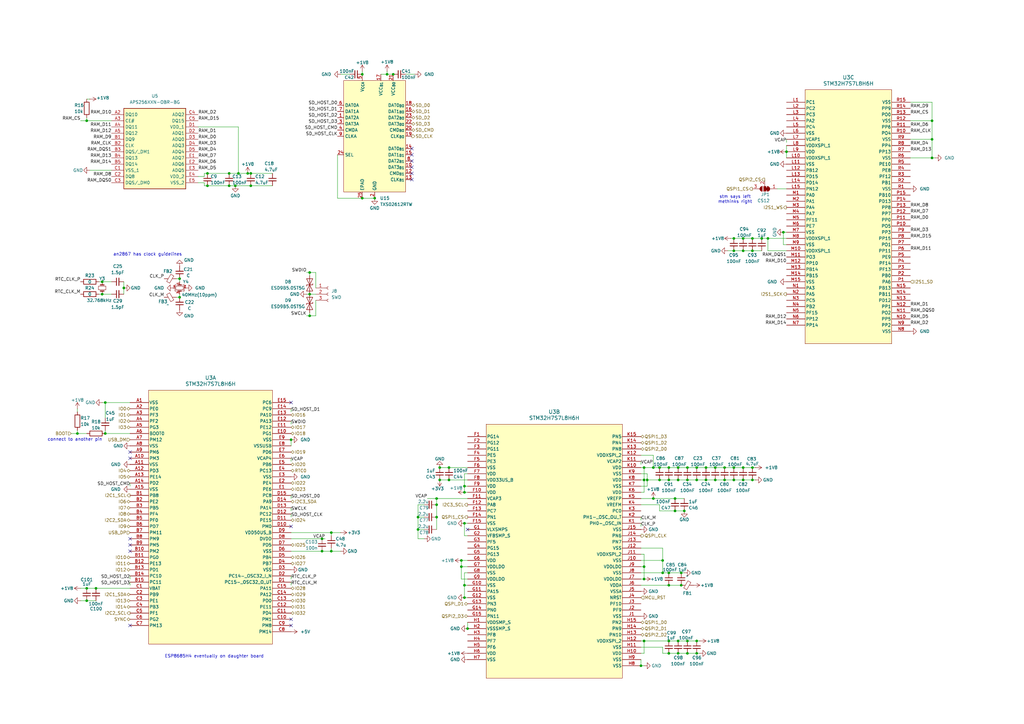
<source format=kicad_sch>
(kicad_sch (version 20250114) (generator "eeschema") (generator_version "9.0")
  (paper "A3")
  (text "ESP8685H4 eventually on daughter board" (at 87.884 269.24 0) (effects (font (size 1.27 1.27))))
  (text "connect to another pin" (at 30.734 180.34 0) (effects (font (size 1.27 1.27))))
  (text "an2867 has clock guidelines" (at 74.676 105.156 0) (effects (font (size 1.27 1.27)) (justify right bottom)))
  (text "stm says left\nmethinks right" (at 301.498 81.788 0) (effects (font (size 1.27 1.27))))
  (junction (at 35.56 49.53))
  (junction (at 35.56 246.38))
  (junction (at 135.89 226.06))
  (junction (at 289.56 196.85))
  (junction (at 148.59 30.48))
  (junction (at 276.86 204.47))
  (junction (at 101.6 71.12))
  (junction (at 267.97 191.77))
  (junction (at 300.99 102.87))
  (junction (at 127 120.65))
  (junction (at 293.37 191.77))
  (junction (at 279.4 234.95))
  (junction (at 184.15 196.85))
  (junction (at 189.23 232.41))
  (junction (at 382.27 57.15))
  (junction (at 274.32 240.03))
  (junction (at 39.37 241.3))
  (junction (at 148.59 81.28))
  (junction (at 190.5 201.93))
  (junction (at 281.94 267.97))
  (junction (at 179.07 212.09))
  (junction (at 267.97 204.47))
  (junction (at 297.18 191.77))
  (junction (at 278.13 196.85))
  (junction (at 190.5 240.03))
  (junction (at 300.99 191.77))
  (junction (at 274.32 267.97))
  (junction (at 285.75 262.89))
  (junction (at 73.66 121.92))
  (junction (at 304.8 191.77))
  (junction (at 308.61 191.77))
  (junction (at 322.58 62.23))
  (junction (at 312.42 97.79))
  (junction (at 73.66 114.3))
  (junction (at 274.32 234.95))
  (junction (at 281.94 191.77))
  (junction (at 127 129.54))
  (junction (at 270.51 191.77))
  (junction (at 281.94 196.85))
  (junction (at 179.07 204.47))
  (junction (at 308.61 102.87))
  (junction (at 281.94 262.89))
  (junction (at 308.61 97.79))
  (junction (at 285.75 267.97))
  (junction (at 274.32 191.77))
  (junction (at 43.18 177.8))
  (junction (at 264.16 191.77))
  (junction (at 274.32 262.89))
  (junction (at 278.13 262.89))
  (junction (at 280.67 209.55))
  (junction (at 321.31 95.25))
  (junction (at 308.61 196.85))
  (junction (at 300.99 97.79))
  (junction (at 189.23 229.87))
  (junction (at 153.67 81.28))
  (junction (at 382.27 64.77))
  (junction (at 179.07 207.01))
  (junction (at 190.5 199.39))
  (junction (at 285.75 191.77))
  (junction (at 279.4 240.03))
  (junction (at 41.91 115.57))
  (junction (at 96.52 76.2))
  (junction (at 262.89 273.05))
  (junction (at 304.8 196.85))
  (junction (at 271.78 229.87))
  (junction (at 276.86 209.55))
  (junction (at 50.8 118.11))
  (junction (at 297.18 196.85))
  (junction (at 382.27 49.53))
  (junction (at 289.56 191.77))
  (junction (at 293.37 196.85))
  (junction (at 102.87 71.12))
  (junction (at 190.5 245.11))
  (junction (at 264.16 262.89))
  (junction (at 132.08 220.98))
  (junction (at 300.99 196.85))
  (junction (at 43.18 165.1))
  (junction (at 191.77 257.81))
  (junction (at 171.45 212.09))
  (junction (at 135.89 218.44))
  (junction (at 31.75 177.8))
  (junction (at 265.43 196.85))
  (junction (at 180.34 191.77))
  (junction (at 93.98 71.12))
  (junction (at 314.96 97.79))
  (junction (at 271.78 234.95))
  (junction (at 158.75 30.48))
  (junction (at 180.34 196.85))
  (junction (at 190.5 214.63))
  (junction (at 102.87 76.2))
  (junction (at 127 111.76))
  (junction (at 41.91 120.65))
  (junction (at 184.15 191.77))
  (junction (at 93.98 76.2))
  (junction (at 278.13 191.77))
  (junction (at 270.51 196.85))
  (junction (at 304.8 97.79))
  (junction (at 85.09 71.12))
  (junction (at 35.56 241.3))
  (junction (at 171.45 217.17))
  (junction (at 278.13 267.97))
  (junction (at 264.16 196.85))
  (junction (at 274.32 196.85))
  (junction (at 264.16 232.41))
  (junction (at 304.8 102.87))
  (junction (at 119.38 180.34))
  (junction (at 264.16 237.49))
  (junction (at 161.29 30.48))
  (junction (at 97.79 71.12))
  (junction (at 85.09 76.2))
  (junction (at 285.75 196.85))
  (junction (at 132.08 226.06))
  (no_connect (at 119.38 256.54))
  (no_connect (at 168.91 68.58))
  (no_connect (at 53.34 185.42))
  (no_connect (at 53.34 187.96))
  (no_connect (at 168.91 66.04))
  (no_connect (at 53.34 223.52))
  (no_connect (at 119.38 165.1))
  (no_connect (at 53.34 220.98))
  (no_connect (at 119.38 215.9))
  (no_connect (at 53.34 226.06))
  (no_connect (at 168.91 71.12))
  (no_connect (at 168.91 63.5))
  (no_connect (at 53.34 256.54))
  (no_connect (at 168.91 60.96))
  (no_connect (at 168.91 73.66))
  (no_connect (at 191.77 217.17))
  (no_connect (at 119.38 254))
  (wire (pts (xy 304.8 102.87) (xy 308.61 102.87)))
  (wire (pts (xy 50.8 118.11) (xy 50.8 120.65)))
  (wire (pts (xy 270.51 209.55) (xy 276.86 209.55)))
  (wire (pts (xy 135.89 218.44) (xy 135.89 219.71)))
  (wire (pts (xy 184.15 196.85) (xy 191.77 196.85)))
  (wire (pts (xy 267.97 204.47) (xy 276.86 204.47)))
  (wire (pts (xy 72.39 114.3) (xy 73.66 114.3)))
  (wire (pts (xy 36.83 40.64) (xy 35.56 40.64)))
  (wire (pts (xy 119.38 212.09) (xy 119.38 210.82)))
  (wire (pts (xy 83.82 72.39) (xy 83.82 71.12)))
  (wire (pts (xy 293.37 196.85) (xy 289.56 196.85)))
  (wire (pts (xy 184.15 191.77) (xy 191.77 191.77)))
  (wire (pts (xy 119.38 209.55) (xy 119.38 208.28)))
  (wire (pts (xy 285.75 196.85) (xy 281.94 196.85)))
  (wire (pts (xy 31.75 176.53) (xy 31.75 177.8)))
  (wire (pts (xy 262.89 240.03) (xy 274.32 240.03)))
  (wire (pts (xy 262.89 199.39) (xy 265.43 199.39)))
  (wire (pts (xy 267.97 186.69) (xy 267.97 191.77)))
  (wire (pts (xy 300.99 196.85) (xy 297.18 196.85)))
  (wire (pts (xy 190.5 234.95) (xy 191.77 234.95)))
  (wire (pts (xy 278.13 262.89) (xy 274.32 262.89)))
  (wire (pts (xy 287.02 262.89) (xy 285.75 262.89)))
  (wire (pts (xy 293.37 191.77) (xy 289.56 191.77)))
  (wire (pts (xy 262.89 227.33) (xy 264.16 227.33)))
  (wire (pts (xy 300.99 102.87) (xy 304.8 102.87)))
  (wire (pts (xy 308.61 97.79) (xy 304.8 97.79)))
  (wire (pts (xy 190.5 199.39) (xy 191.77 199.39)))
  (wire (pts (xy 308.61 102.87) (xy 312.42 102.87)))
  (wire (pts (xy 190.5 201.93) (xy 190.5 199.39)))
  (wire (pts (xy 179.07 207.01) (xy 179.07 212.09)))
  (wire (pts (xy 304.8 191.77) (xy 300.99 191.77)))
  (wire (pts (xy 119.38 240.03) (xy 119.38 238.76)))
  (wire (pts (xy 321.31 95.25) (xy 322.58 95.25)))
  (wire (pts (xy 73.66 121.92) (xy 72.39 121.92)))
  (wire (pts (xy 190.5 240.03) (xy 190.5 245.11)))
  (wire (pts (xy 119.38 218.44) (xy 135.89 218.44)))
  (wire (pts (xy 93.98 71.12) (xy 97.79 71.12)))
  (wire (pts (xy 383.54 64.77) (xy 382.27 64.77)))
  (wire (pts (xy 189.23 229.87) (xy 191.77 229.87)))
  (wire (pts (xy 262.89 232.41) (xy 264.16 232.41)))
  (wire (pts (xy 148.59 81.28) (xy 138.43 81.28)))
  (wire (pts (xy 191.77 194.31) (xy 190.5 194.31)))
  (wire (pts (xy 36.83 69.85) (xy 45.72 69.85)))
  (wire (pts (xy 184.15 196.85) (xy 180.34 196.85)))
  (wire (pts (xy 270.51 209.55) (xy 270.51 207.01)))
  (wire (pts (xy 264.16 262.89) (xy 274.32 262.89)))
  (wire (pts (xy 119.38 226.06) (xy 132.08 226.06)))
  (wire (pts (xy 35.56 48.26) (xy 35.56 49.53)))
  (wire (pts (xy 102.87 76.2) (xy 111.76 76.2)))
  (wire (pts (xy 262.89 215.9) (xy 262.89 214.63)))
  (wire (pts (xy 262.89 186.69) (xy 267.97 186.69)))
  (wire (pts (xy 321.31 100.33) (xy 322.58 100.33)))
  (wire (pts (xy 190.5 201.93) (xy 191.77 201.93)))
  (wire (pts (xy 298.45 102.87) (xy 300.99 102.87)))
  (wire (pts (xy 314.96 97.79) (xy 322.58 97.79)))
  (wire (pts (xy 190.5 194.31) (xy 190.5 199.39)))
  (wire (pts (xy 31.75 168.91) (xy 31.75 167.64)))
  (wire (pts (xy 132.08 226.06) (xy 135.89 226.06)))
  (wire (pts (xy 262.89 191.77) (xy 264.16 191.77)))
  (wire (pts (xy 180.34 191.77) (xy 184.15 191.77)))
  (wire (pts (xy 190.5 234.95) (xy 190.5 240.03)))
  (wire (pts (xy 135.89 218.44) (xy 139.7 218.44)))
  (wire (pts (xy 318.77 77.47) (xy 322.58 77.47)))
  (wire (pts (xy 271.78 234.95) (xy 274.32 234.95)))
  (wire (pts (xy 265.43 196.85) (xy 265.43 199.39)))
  (wire (pts (xy 308.61 97.79) (xy 312.42 97.79)))
  (wire (pts (xy 119.38 189.23) (xy 119.38 187.96)))
  (wire (pts (xy 179.07 204.47) (xy 191.77 204.47)))
  (wire (pts (xy 29.21 177.8) (xy 31.75 177.8)))
  (wire (pts (xy 158.75 29.21) (xy 158.75 30.48)))
  (wire (pts (xy 308.61 196.85) (xy 309.88 196.85)))
  (wire (pts (xy 148.59 81.28) (xy 153.67 81.28)))
  (wire (pts (xy 171.45 212.09) (xy 173.99 212.09)))
  (wire (pts (xy 382.27 57.15) (xy 382.27 64.77)))
  (wire (pts (xy 40.64 120.65) (xy 41.91 120.65)))
  (wire (pts (xy 127 111.76) (xy 127 113.03)))
  (wire (pts (xy 97.79 52.07) (xy 97.79 71.12)))
  (wire (pts (xy 45.72 120.65) (xy 41.91 120.65)))
  (wire (pts (xy 189.23 229.87) (xy 189.23 232.41)))
  (wire (pts (xy 53.34 240.03) (xy 53.34 238.76)))
  (wire (pts (xy 119.38 173.99) (xy 119.38 172.72)))
  (wire (pts (xy 308.61 191.77) (xy 309.88 191.77)))
  (wire (pts (xy 33.02 241.3) (xy 35.56 241.3)))
  (wire (pts (xy 138.43 81.28) (xy 138.43 63.5)))
  (wire (pts (xy 43.18 165.1) (xy 53.34 165.1)))
  (wire (pts (xy 101.6 71.12) (xy 102.87 71.12)))
  (wire (pts (xy 297.18 196.85) (xy 293.37 196.85)))
  (wire (pts (xy 43.18 165.1) (xy 43.18 171.45)))
  (wire (pts (xy 50.8 115.57) (xy 50.8 118.11)))
  (wire (pts (xy 265.43 194.31) (xy 262.89 194.31)))
  (wire (pts (xy 274.32 240.03) (xy 279.4 240.03)))
  (wire (pts (xy 274.32 234.95) (xy 279.4 234.95)))
  (wire (pts (xy 285.75 191.77) (xy 281.94 191.77)))
  (wire (pts (xy 73.66 114.3) (xy 73.66 115.57)))
  (wire (pts (xy 45.72 115.57) (xy 41.91 115.57)))
  (wire (pts (xy 125.73 120.65) (xy 127 120.65)))
  (wire (pts (xy 139.7 30.48) (xy 143.51 30.48)))
  (wire (pts (xy 321.31 95.25) (xy 321.31 100.33)))
  (wire (pts (xy 179.07 212.09) (xy 179.07 217.17)))
  (wire (pts (xy 262.89 265.43) (xy 271.78 265.43)))
  (wire (pts (xy 262.89 229.87) (xy 271.78 229.87)))
  (wire (pts (xy 53.34 199.39) (xy 53.34 198.12)))
  (wire (pts (xy 271.78 224.79) (xy 271.78 229.87)))
  (wire (pts (xy 299.72 97.79) (xy 300.99 97.79)))
  (wire (pts (xy 278.13 191.77) (xy 274.32 191.77)))
  (wire (pts (xy 287.02 267.97) (xy 285.75 267.97)))
  (wire (pts (xy 276.86 209.55) (xy 280.67 209.55)))
  (wire (pts (xy 300.99 191.77) (xy 297.18 191.77)))
  (wire (pts (xy 278.13 267.97) (xy 274.32 267.97)))
  (wire (pts (xy 83.82 76.2) (xy 85.09 76.2)))
  (wire (pts (xy 262.89 234.95) (xy 271.78 234.95)))
  (wire (pts (xy 127 129.54) (xy 127 128.27)))
  (wire (pts (xy 189.23 237.49) (xy 191.77 237.49)))
  (wire (pts (xy 382.27 64.77) (xy 373.38 64.77)))
  (wire (pts (xy 262.89 196.85) (xy 264.16 196.85)))
  (wire (pts (xy 262.89 262.89) (xy 264.16 262.89)))
  (wire (pts (xy 85.09 76.2) (xy 93.98 76.2)))
  (wire (pts (xy 133.35 220.98) (xy 132.08 220.98)))
  (wire (pts (xy 285.75 262.89) (xy 281.94 262.89)))
  (wire (pts (xy 274.32 191.77) (xy 270.51 191.77)))
  (wire (pts (xy 373.38 41.91) (xy 382.27 41.91)))
  (wire (pts (xy 304.8 196.85) (xy 300.99 196.85)))
  (wire (pts (xy 322.58 58.42) (xy 322.58 57.15)))
  (wire (pts (xy 262.89 267.97) (xy 264.16 267.97)))
  (wire (pts (xy 314.96 97.79) (xy 314.96 102.87)))
  (wire (pts (xy 43.18 176.53) (xy 43.18 177.8)))
  (wire (pts (xy 314.96 102.87) (xy 322.58 102.87)))
  (wire (pts (xy 300.99 97.79) (xy 304.8 97.79)))
  (wire (pts (xy 171.45 212.09) (xy 171.45 207.01)))
  (wire (pts (xy 289.56 191.77) (xy 285.75 191.77)))
  (wire (pts (xy 81.28 72.39) (xy 83.82 72.39)))
  (wire (pts (xy 119.38 237.49) (xy 119.38 236.22)))
  (wire (pts (xy 33.02 246.38) (xy 35.56 246.38)))
  (wire (pts (xy 382.27 49.53) (xy 382.27 57.15)))
  (wire (pts (xy 278.13 196.85) (xy 274.32 196.85)))
  (wire (pts (xy 262.89 204.47) (xy 267.97 204.47)))
  (wire (pts (xy 262.89 213.36) (xy 262.89 212.09)))
  (wire (pts (xy 127 129.54) (xy 129.54 129.54)))
  (wire (pts (xy 119.38 220.98) (xy 132.08 220.98)))
  (wire (pts (xy 189.23 232.41) (xy 189.23 237.49)))
  (wire (pts (xy 190.5 219.71) (xy 190.5 214.63)))
  (wire (pts (xy 73.66 121.92) (xy 73.66 120.65)))
  (wire (pts (xy 278.13 262.89) (xy 281.94 262.89)))
  (wire (pts (xy 271.78 229.87) (xy 271.78 234.95)))
  (wire (pts (xy 264.16 196.85) (xy 264.16 191.77)))
  (wire (pts (xy 81.28 74.93) (xy 83.82 74.93)))
  (wire (pts (xy 289.56 196.85) (xy 285.75 196.85)))
  (wire (pts (xy 262.89 201.93) (xy 264.16 201.93)))
  (wire (pts (xy 33.02 49.53) (xy 35.56 49.53)))
  (wire (pts (xy 190.5 240.03) (xy 191.77 240.03)))
  (wire (pts (xy 276.86 204.47) (xy 280.67 204.47)))
  (wire (pts (xy 264.16 267.97) (xy 264.16 262.89)))
  (wire (pts (xy 158.75 30.48) (xy 161.29 30.48)))
  (wire (pts (xy 171.45 220.98) (xy 171.45 217.17)))
  (wire (pts (xy 125.73 129.54) (xy 127 129.54)))
  (wire (pts (xy 31.75 177.8) (xy 35.56 177.8)))
  (wire (pts (xy 270.51 207.01) (xy 262.89 207.01)))
  (wire (pts (xy 312.42 97.79) (xy 314.96 97.79)))
  (wire (pts (xy 322.58 62.23) (xy 322.58 64.77)))
  (wire (pts (xy 35.56 246.38) (xy 39.37 246.38)))
  (wire (pts (xy 264.16 273.05) (xy 262.89 273.05)))
  (wire (pts (xy 83.82 74.93) (xy 83.82 76.2)))
  (wire (pts (xy 274.32 196.85) (xy 270.51 196.85)))
  (wire (pts (xy 189.23 232.41) (xy 191.77 232.41)))
  (wire (pts (xy 41.91 165.1) (xy 43.18 165.1)))
  (wire (pts (xy 281.94 196.85) (xy 278.13 196.85)))
  (wire (pts (xy 190.5 214.63) (xy 191.77 214.63)))
  (wire (pts (xy 280.67 234.95) (xy 279.4 234.95)))
  (wire (pts (xy 304.8 191.77) (xy 308.61 191.77)))
  (wire (pts (xy 190.5 245.11) (xy 191.77 245.11)))
  (wire (pts (xy 148.59 29.21) (xy 148.59 30.48)))
  (wire (pts (xy 85.09 71.12) (xy 93.98 71.12)))
  (wire (pts (xy 129.54 111.76) (xy 129.54 118.11)))
  (wire (pts (xy 179.07 204.47) (xy 179.07 207.01)))
  (wire (pts (xy 285.75 267.97) (xy 281.94 267.97)))
  (wire (pts (xy 171.45 217.17) (xy 171.45 212.09)))
  (wire (pts (xy 322.58 59.69) (xy 322.58 62.23)))
  (wire (pts (xy 135.89 224.79) (xy 135.89 226.06)))
  (wire (pts (xy 264.16 191.77) (xy 267.97 191.77)))
  (wire (pts (xy 39.37 241.3) (xy 53.34 241.3)))
  (wire (pts (xy 40.64 115.57) (xy 41.91 115.57)))
  (wire (pts (xy 135.89 226.06) (xy 139.7 226.06)))
  (wire (pts (xy 83.82 71.12) (xy 85.09 71.12)))
  (wire (pts (xy 53.34 237.49) (xy 53.34 236.22)))
  (wire (pts (xy 129.54 129.54) (xy 129.54 123.19)))
  (wire (pts (xy 35.56 241.3) (xy 39.37 241.3)))
  (wire (pts (xy 97.79 71.12) (xy 101.6 71.12)))
  (wire (pts (xy 171.45 207.01) (xy 173.99 207.01)))
  (wire (pts (xy 173.99 220.98) (xy 171.45 220.98)))
  (wire (pts (xy 265.43 194.31) (xy 265.43 196.85)))
  (wire (pts (xy 264.16 227.33) (xy 264.16 232.41)))
  (wire (pts (xy 265.43 196.85) (xy 270.51 196.85)))
  (wire (pts (xy 127 111.76) (xy 129.54 111.76)))
  (wire (pts (xy 171.45 217.17) (xy 173.99 217.17)))
  (wire (pts (xy 119.38 204.47) (xy 119.38 203.2)))
  (wire (pts (xy 93.98 76.2) (xy 96.52 76.2)))
  (wire (pts (xy 264.16 201.93) (xy 264.16 196.85)))
  (wire (pts (xy 281.94 191.77) (xy 278.13 191.77)))
  (wire (pts (xy 191.77 255.27) (xy 191.77 257.81)))
  (wire (pts (xy 125.73 111.76) (xy 127 111.76)))
  (wire (pts (xy 175.26 204.47) (xy 179.07 204.47)))
  (wire (pts (xy 96.52 76.2) (xy 102.87 76.2)))
  (wire (pts (xy 281.94 267.97) (xy 278.13 267.97)))
  (wire (pts (xy 271.78 265.43) (xy 271.78 267.97)))
  (wire (pts (xy 304.8 196.85) (xy 308.61 196.85)))
  (wire (pts (xy 119.38 180.34) (xy 119.38 182.88)))
  (wire (pts (xy 373.38 57.15) (xy 382.27 57.15)))
  (wire (pts (xy 297.18 191.77) (xy 293.37 191.77)))
  (wire (pts (xy 382.27 41.91) (xy 382.27 49.53)))
  (wire (pts (xy 267.97 191.77) (xy 270.51 191.77)))
  (wire (pts (xy 119.38 168.91) (xy 119.38 167.64)))
  (wire (pts (xy 191.77 219.71) (xy 190.5 219.71)))
  (wire (pts (xy 264.16 232.41) (xy 264.16 237.49)))
  (wire (pts (xy 166.37 30.48) (xy 170.18 30.48)))
  (wire (pts (xy 262.89 224.79) (xy 271.78 224.79)))
  (wire (pts (xy 262.89 190.5) (xy 262.89 189.23)))
  (wire (pts (xy 35.56 49.53) (xy 45.72 49.53)))
  (wire (pts (xy 373.38 49.53) (xy 382.27 49.53)))
  (wire (pts (xy 271.78 267.97) (xy 274.32 267.97)))
  (wire (pts (xy 43.18 177.8) (xy 53.34 177.8)))
  (wire (pts (xy 127 120.65) (xy 129.54 120.65)))
  (wire (pts (xy 262.89 273.05) (xy 262.89 270.51)))
  (wire (pts (xy 156.21 30.48) (xy 158.75 30.48)))
  (wire (pts (xy 264.16 237.49) (xy 262.89 237.49)))
  (wire (pts (xy 102.87 71.12) (xy 111.76 71.12)))
  (wire (pts (xy 81.28 52.07) (xy 97.79 52.07)))
  (label "RAM_D15" (at 81.28 49.53 0))
  (label "RAM_D11" (at 373.38 102.87 0))
  (label "RAM_D9" (at 373.38 44.45 0))
  (label "RAM_D9" (at 45.72 57.15 180))
  (label "RAM_D11" (at 45.72 52.07 180))
  (label "RTC_CLK_M" (at 33.02 120.65 180))
  (label "CLK_M" (at 262.89 213.36 0))
  (label "RAM_D8" (at 45.72 72.39 180))
  (label "SD_HOST_CMD" (at 138.43 53.34 180))
  (label "RAM_DQS1" (at 322.58 105.41 180))
  (label "RAM_D1" (at 373.38 125.73 0))
  (label "RAM_D0" (at 373.38 90.17 0))
  (label "SD_HOST_CLK" (at 119.38 212.09 0))
  (label "SWCLK" (at 119.38 209.55 0))
  (label "SWCLK" (at 125.73 129.54 180))
  (label "SD_HOST_D0" (at 119.38 204.47 0))
  (label "VCAP" (at 322.58 58.42 180))
  (label "RAM_DQS1" (at 45.72 62.23 180))
  (label "CLK_P" (at 262.89 215.9 0))
  (label "SD_HOST_CLK" (at 138.43 55.88 180))
  (label "SD_HOST_D2" (at 53.34 237.49 180))
  (label "RAM_D13" (at 45.72 64.77 180))
  (label "RAM_D12" (at 322.58 130.81 180))
  (label "CLK_M" (at 67.31 121.92 180))
  (label "SWDIO" (at 125.73 111.76 180))
  (label "VCAP" (at 175.26 204.47 180))
  (label "SD_HOST_D1" (at 119.38 168.91 0))
  (label "RAM_CS" (at 33.02 49.53 180))
  (label "SD_HOST_D3" (at 53.34 240.03 180))
  (label "RAM_D2" (at 373.38 133.35 0))
  (label "RAM_D1" (at 81.28 54.61 0))
  (label "SD_HOST_D0" (at 138.43 43.18 180))
  (label "CLK_P" (at 67.31 114.3 180))
  (label "RAM_D3" (at 81.28 59.69 0))
  (label "RAM_D13" (at 373.38 62.23 0))
  (label "VCAP" (at 133.35 220.98 180))
  (label "RAM_D10" (at 322.58 107.95 180))
  (label "RAM_D7" (at 373.38 87.63 0))
  (label "RAM_D14" (at 45.72 67.31 180))
  (label "SD_HOST_D3" (at 138.43 50.8 180))
  (label "RAM_D5" (at 81.28 69.85 0))
  (label "RAM_D0" (at 81.28 57.15 0))
  (label "RAM_D12" (at 45.72 54.61 180))
  (label "RAM_DQS0" (at 373.38 128.27 0))
  (label "RAM_CS" (at 373.38 46.99 0))
  (label "RAM_CLK" (at 45.72 59.69 180))
  (label "RAM_CLK" (at 373.38 54.61 0))
  (label "SD_HOST_CMD" (at 53.34 199.39 180))
  (label "VCAP" (at 262.89 190.5 0))
  (label "RAM_D8" (at 373.38 85.09 0))
  (label "VCAP" (at 119.38 189.23 0))
  (label "RAM_D7" (at 81.28 64.77 0))
  (label "RAM_DQS0" (at 45.72 74.93 180))
  (label "RTC_CLK_P" (at 119.38 237.49 0))
  (label "RAM_D6" (at 373.38 52.07 0))
  (label "RAM_D6" (at 81.28 67.31 0))
  (label "RAM_D5" (at 373.38 130.81 0))
  (label "RTC_CLK_M" (at 119.38 240.03 0))
  (label "RAM_D4" (at 81.28 62.23 0))
  (label "RAM_D14" (at 322.58 133.35 180))
  (label "RTC_CLK_P" (at 33.02 115.57 180))
  (label "SWDIO" (at 119.38 173.99 0))
  (label "RAM_D10" (at 45.72 46.99 180))
  (label "SD_HOST_D2" (at 138.43 48.26 180))
  (label "RAM_D4" (at 373.38 59.69 0))
  (label "RAM_D2" (at 81.28 46.99 0))
  (label "SD_HOST_D1" (at 138.43 45.72 180))
  (label "RAM_D15" (at 373.38 97.79 0))
  (label "RAM_D3" (at 373.38 95.25 0))
  (hierarchical_label "QSPI1_D2" (shape bidirectional) (at 262.89 181.61 0))
  (hierarchical_label "IO12" (shape bidirectional) (at 53.34 233.68 180))
  (hierarchical_label "IO7" (shape bidirectional) (at 53.34 208.28 180))
  (hierarchical_label "IO20" (shape bidirectional) (at 119.38 190.5 0))
  (hierarchical_label "QSPI2_D3" (shape bidirectional) (at 191.77 252.73 180))
  (hierarchical_label "QSPI2_CS" (shape output) (at 313.69 73.66 180))
  (hierarchical_label "IO9" (shape bidirectional) (at 53.34 215.9 180))
  (hierarchical_label "IO24" (shape bidirectional) (at 119.38 213.36 0))
  (hierarchical_label "I2S1_SCK" (shape output) (at 322.58 120.65 180))
  (hierarchical_label "IO19" (shape bidirectional) (at 119.38 185.42 0))
  (hierarchical_label "IO28" (shape bidirectional) (at 119.38 241.3 0))
  (hierarchical_label "QSPI_CLK" (shape output) (at 262.89 219.71 0))
  (hierarchical_label "I2C2_SDA" (shape bidirectional) (at 53.34 213.36 180))
  (hierarchical_label "IO2" (shape bidirectional) (at 53.34 172.72 180))
  (hierarchical_label "SD_D0" (shape bidirectional) (at 168.91 43.18 0))
  (hierarchical_label "I2C2_SCL" (shape output) (at 53.34 251.46 180))
  (hierarchical_label "IO3" (shape bidirectional) (at 53.34 175.26 180))
  (hierarchical_label "QSPI1_CS" (shape output) (at 191.77 212.09 180))
  (hierarchical_label "QSPI2_D1" (shape bidirectional) (at 262.89 257.81 0))
  (hierarchical_label "MCU_RST" (shape input) (at 262.89 245.11 0))
  (hierarchical_label "I2C3_SCL" (shape output) (at 191.77 207.01 180))
  (hierarchical_label "SD_D2" (shape bidirectional) (at 168.91 48.26 0))
  (hierarchical_label "QSPI2_D2" (shape bidirectional) (at 262.89 260.35 0))
  (hierarchical_label "IO17" (shape bidirectional) (at 119.38 175.26 0))
  (hierarchical_label "IO11" (shape bidirectional) (at 53.34 231.14 180))
  (hierarchical_label "BOOT" (shape input) (at 29.21 177.8 180))
  (hierarchical_label "I2C3_SDA" (shape bidirectional) (at 119.38 205.74 0))
  (hierarchical_label "IO13" (shape bidirectional) (at 53.34 246.38 180))
  (hierarchical_label "QSPI_D1" (shape bidirectional) (at 191.77 247.65 180))
  (hierarchical_label "IO22" (shape bidirectional) (at 119.38 198.12 0))
  (hierarchical_label "IO23" (shape bidirectional) (at 119.38 200.66 0))
  (hierarchical_label "QSPI2_D0" (shape bidirectional) (at 262.89 184.15 0))
  (hierarchical_label "IO4" (shape bidirectional) (at 53.34 193.04 180))
  (hierarchical_label "IO25" (shape bidirectional) (at 119.38 223.52 0))
  (hierarchical_label "IO30" (shape bidirectional) (at 119.38 246.38 0))
  (hierarchical_label "QSPI1_D0" (shape bidirectional) (at 262.89 255.27 0))
  (hierarchical_label "IO10" (shape bidirectional) (at 53.34 228.6 180))
  (hierarchical_label "SD_D3" (shape bidirectional) (at 168.91 50.8 0))
  (hierarchical_label "SYNC" (shape bidirectional) (at 53.34 254 180))
  (hierarchical_label "SD_CMD" (shape bidirectional) (at 168.91 53.34 0))
  (hierarchical_label "I2S1_WS" (shape output) (at 322.58 85.09 180))
  (hierarchical_label "USB_DM" (shape input) (at 53.34 180.34 180))
  (hierarchical_label "I2S1_SD" (shape input) (at 373.38 115.57 0))
  (hierarchical_label "IO26" (shape bidirectional) (at 119.38 228.6 0))
  (hierarchical_label "SD_D1" (shape bidirectional) (at 168.91 45.72 0))
  (hierarchical_label "IO1" (shape bidirectional) (at 53.34 170.18 180))
  (hierarchical_label "IO6" (shape bidirectional) (at 53.34 205.74 180))
  (hierarchical_label "IO18" (shape bidirectional) (at 119.38 177.8 0))
  (hierarchical_label "I2C1_SCL" (shape output) (at 53.34 203.2 180))
  (hierarchical_label "I2C1_SDA" (shape bidirectional) (at 53.34 243.84 180))
  (hierarchical_label "IO5" (shape bidirectional) (at 53.34 195.58 180))
  (hierarchical_label "USB_DP" (shape input) (at 53.34 218.44 180))
  (hierarchical_label "IO31" (shape bidirectional) (at 119.38 248.92 0))
  (hierarchical_label "IO8" (shape bidirectional) (at 53.34 210.82 180))
  (hierarchical_label "IO27" (shape bidirectional) (at 119.38 231.14 0))
  (hierarchical_label "QSPI1_CS" (shape output) (at 308.61 77.47 180))
  (hierarchical_label "RTC0" (shape bidirectional) (at 119.38 193.04 0))
  (hierarchical_label "IO16" (shape bidirectional) (at 119.38 170.18 0))
  (hierarchical_label "SD_CLK" (shape output) (at 168.91 55.88 0))
  (hierarchical_label "IO0" (shape bidirectional) (at 53.34 167.64 180))
  (hierarchical_label "IO29" (shape bidirectional) (at 119.38 243.84 0))
  (hierarchical_label "IO32" (shape bidirectional) (at 119.38 251.46 0))
  (hierarchical_label "QSPI1_D3" (shape bidirectional) (at 262.89 179.07 0))
  (hierarchical_label "IO14" (shape bidirectional) (at 53.34 248.92 180))
  (symbol (lib_id "Device:Crystal_Small") (at 41.91 118.11 90) (unit 1)
    (property "Reference" "Y3" (at 40.64 114.3 90) (effects (justify right)))
    (property "Value" "32.768kHz" (at 35.56 123.19 90) (effects (justify right)))
    (property "Footprint" "Crystal:Crystal_SMD_3215-2Pin_3.2x1.5mm" (effects (hide yes)))
  )
  (symbol (lib_name "GND_1") (lib_id "power:GND") (at 264.16 273.05 90) (unit 1)
    (property "Reference" "#PWR0117" (effects (hide yes)))
    (property "Value" "GND" (at 267.208 273.05 90) (effects (justify right)))
    (property "Description" "Power symbol creates a global label with name \"GND\" , ground" (effects (hide yes)))
  )
  (symbol (lib_id "power:GND") (at 139.7 226.06 90) (unit 1)
    (property "Reference" "#PWR0100" (effects (hide yes)))
    (property "Value" "GND" (at 142.494 226.06 90) (effects (justify right)))
    (property "Description" "Power symbol creates a global label with name \"GND\" , ground" (effects (hide yes)))
  )
  (symbol (lib_id "Device:R") (at 39.37 177.8 90) (unit 1)
    (property "Reference" "R18" (at 39.37 172.974 90))
    (property "Value" "10k" (at 39.37 175.514 90))
    (property "Description" "Resistor" (effects (hide yes)))
  )
  (symbol (lib_id "Device:C_Small") (at 132.08 223.52 0) (mirror y) (unit 1)
    (property "Reference" "C103" (at 130.302 222.25 0) (effects (justify left)))
    (property "Value" "100n" (at 130.302 224.79 0) (effects (justify left)))
    (property "Description" "Unpolarized capacitor, small symbol" (effects (hide yes)))
  )
  (symbol (lib_name "GND_1") (lib_id "power:GND") (at 191.77 270.51 270) (unit 1)
    (property "Reference" "#PWR038" (effects (hide yes)))
    (property "Value" "GND" (at 188.722 270.51 90) (effects (justify right)))
    (property "Description" "Power symbol creates a global label with name \"GND\" , ground" (effects (hide yes)))
  )
  (symbol (lib_id "power:GND") (at 373.38 135.89 90) (unit 1)
    (property "Reference" "#PWR0130" (effects (hide yes)))
    (property "Value" "GND" (at 377.19 135.8899 90) (effects (justify right)))
    (property "Description" "Power symbol creates a global label with name \"GND\" , ground" (effects (hide yes)))
  )
  (symbol (lib_id "Device:C_Small") (at 312.42 100.33 0) (unit 1)
    (property "Reference" "C92" (at 310.388 94.488 0) (effects (justify left)))
    (property "Value" "1uF" (at 310.642 96.52 0) (effects (justify left)))
    (property "Description" "Unpolarized capacitor, small symbol" (effects (hide yes)))
  )
  (symbol (lib_id "custom-lib:STM32H7S7L8H6H") (at 191.77 179.07 0) (unit 2)
    (property "Reference" "U3" (at 227.33 168.91 0) (effects (font (size 1.524 1.524))))
    (property "Value" "STM32H7S7L8H6H" (at 227.33 171.45 0) (effects (font (size 1.524 1.524))))
    (property "Footprint" "Package_BGA:ST_TFBGA-225_13x13mm_Layout15x15_P0.8mm" (effects (hide yes)))
  )
  (symbol (lib_id "Device:C_Small") (at 146.05 30.48 270) (unit 1)
    (property "Reference" "C42" (at 143.256 31.75 90))
    (property "Value" "100nF" (at 142.24 29.21 90))
    (property "Description" "Unpolarized capacitor, small symbol" (effects (hide yes)))
  )
  (symbol (lib_id "Diode:ESD9B5.0ST5G") (at 127 116.84 270) (mirror x) (unit 1)
    (property "Reference" "D8" (at 118.11 115.57 90))
    (property "Value" "ESD9B5.0ST5G" (at 118.11 118.11 90))
    (property "Footprint" "Diode_SMD:D_SOD-923" (effects (hide yes)))
    (property "Datasheet" "https://www.onsemi.com/pub/Collateral/ESD9B-D.PDF" (effects (hide yes)))
  )
  (symbol (lib_id "Device:C_Small") (at 43.18 173.99 0) (mirror x) (unit 1)
    (property "Reference" "C45" (at 45.212 169.418 0))
    (property "Value" "1uF" (at 45.212 171.958 0))
    (property "Footprint" "Capacitor_SMD:C_0402_1005Metric" (effects (hide yes)))
  )
  (symbol (lib_id "custom-lib:APS256XXN-OBR-BG") (at 45.72 46.99 0) (unit 1)
    (property "Reference" "U5" (at 63.5 39.37 0))
    (property "Value" "APS256XXN-OBR-BG" (at 63.5 41.91 0))
    (property "Footprint" "custom-lib:BGA-24_6.0x8.0mm_Layout5x5_P1.0mm" (effects (hide yes)))
    (property "Datasheet" "https://www.mouser.ie/datasheet/2/1127/APM_PSRAM_OPI_Xccela_APS256XXN_OBRx_v1_0_PKG-1954780.pdf" (effects (hide yes)))
    (property "Description" "DRAM IoT RAM 256Mb OPI (x8,x16) DDR 200MHz, 1.8V, Ind. Temp., BGA24" (effects (hide yes)))
    (property "Height" "1.2" (effects (hide yes)))
    (property "Mouser Part Number" "878-APS256XXN-OBR-BG" (effects (hide yes)))
    (property "Mouser Price/Stock" "https://www.mouser.co.uk/ProductDetail/AP-Memory/APS256XXN-OBR-BG?qs=IS%252B4QmGtzzr0jQp6msfTlA%3D%3D" (effects (hide yes)))
    (property "Manufacturer_Name" "AP Memory" (effects (hide yes)))
    (property "Manufacturer_Part_Number" "APS256XXN-OBR-BG" (effects (hide yes)))
  )
  (symbol (lib_name "GND_1") (lib_id "power:GND") (at 191.77 257.81 270) (unit 1)
    (property "Reference" "#PWR035" (effects (hide yes)))
    (property "Value" "GND" (at 188.722 257.81 90) (effects (justify right)))
    (property "Description" "Power symbol creates a global label with name \"GND\" , ground" (effects (hide yes)))
  )
  (symbol (lib_id "Logic_LevelTranslator:TXS02612RTW") (at 153.67 55.88 0) (unit 1)
    (property "Reference" "U15" (at 155.8641 81.28 0) (effects (justify left)))
    (property "Value" "TXS02612RTW" (at 155.8641 83.82 0) (effects (justify left)))
    (property "Footprint" "Package_DFN_QFN:WQFN-24-1EP_4x4mm_P0.5mm_EP2.45x2.45mm_ThermalVias" (effects (hide yes)))
    (property "Datasheet" "https://www.ti.com/lit/gpn/TXS02612" (effects (hide yes)))
    (property "Description" "SDIO port expander with voltage-level translation, 6:12 Demultiplexer/Multiplexer, 1.1V to 3.6V supply range, QFN-24" (effects (hide yes)))
  )
  (symbol (lib_name "GND_1") (lib_id "power:GND") (at 262.89 252.73 90) (unit 1)
    (property "Reference" "#PWR0115" (effects (hide yes)))
    (property "Value" "GND" (at 265.938 252.73 90) (effects (justify right)))
    (property "Description" "Power symbol creates a global label with name \"GND\" , ground" (effects (hide yes)))
  )
  (symbol (lib_id "power:GND") (at 373.38 77.47 90) (unit 1)
    (property "Reference" "#PWR0129" (effects (hide yes)))
    (property "Value" "GND" (at 377.19 77.4699 90) (effects (justify right)))
    (property "Description" "Power symbol creates a global label with name \"GND\" , ground" (effects (hide yes)))
  )
  (symbol (lib_name "GND_1") (lib_id "power:GND") (at 190.5 214.63 270) (unit 1)
    (property "Reference" "#PWR034" (effects (hide yes)))
    (property "Value" "GND" (at 187.452 214.63 90) (effects (justify right)))
    (property "Description" "Power symbol creates a global label with name \"GND\" , ground" (effects (hide yes)))
  )
  (symbol (lib_id "Device:C_Small") (at 274.32 237.49 0) (unit 1)
    (property "Reference" "C85" (at 273.05 231.648 0) (effects (justify left)))
    (property "Value" "100nF" (at 271.78 233.68 0) (effects (justify left)))
    (property "Description" "Unpolarized capacitor, small symbol" (effects (hide yes)))
  )
  (symbol (lib_id "Device:R") (at 35.56 44.45 0) (unit 1)
    (property "Reference" "R16" (at 30.48 43.18 0) (effects (justify left)))
    (property "Value" "10k" (at 30.48 45.72 0) (effects (justify left)))
    (property "Description" "Resistor" (effects (hide yes)))
  )
  (symbol (lib_id "power:GND") (at 33.02 246.38 270) (unit 1)
    (property "Reference" "#PWR0164" (effects (hide yes)))
    (property "Value" "GND" (at 30.226 246.38 90) (effects (justify right)))
    (property "Description" "Power symbol creates a global label with name \"GND\" , ground" (effects (hide yes)))
  )
  (symbol (lib_id "power:+3V3") (at 139.7 218.44 270) (unit 1)
    (property "Reference" "#PWR048" (effects (hide yes)))
    (property "Value" "+3V3" (at 142.494 218.44 90) (effects (justify left)))
    (property "Description" "Power symbol creates a global label with name \"+3V3\"" (effects (hide yes)))
  )
  (symbol (lib_id "Device:FerriteBead_Small") (at 69.85 114.3 90) (unit 1)
    (property "Reference" "FB2" (at 68.834 111.252 90))
    (property "Value" "~" (at 68.834 111.252 90))
    (property "Description" "Ferrite bead, small symbol" (effects (hide yes)))
  )
  (symbol (lib_id "Device:C_Small") (at 289.56 194.31 0) (unit 1)
    (property "Reference" "C24" (at 287.528 198.628 0) (effects (justify left)))
    (property "Value" "100nF" (at 286.512 201.168 0) (effects (justify left)))
    (property "Description" "Unpolarized capacitor, small symbol" (effects (hide yes)))
  )
  (symbol (lib_id "custom-lib:STM32H7S7L8H6H") (at 322.58 41.91 0) (unit 3)
    (property "Reference" "U3" (at 347.98 31.75 0) (effects (font (size 1.524 1.524))))
    (property "Value" "STM32H7S7L8H6H" (at 347.98 34.29 0) (effects (font (size 1.524 1.524))))
    (property "Footprint" "Package_BGA:ST_TFBGA-225_13x13mm_Layout15x15_P0.8mm" (effects (hide yes)))
  )
  (symbol (lib_id "power:+1V8") (at 287.02 262.89 270) (mirror x) (unit 1)
    (property "Reference" "#PWR0155" (effects (hide yes)))
    (property "Value" "+1V8" (at 289.814 262.89 90) (effects (justify left)))
    (property "Description" "Power symbol creates a global label with name \"+1V8\"" (effects (hide yes)))
  )
  (symbol (lib_id "power:+5V") (at 119.38 259.08 270) (unit 1)
    (property "Reference" "#PWR036" (effects (hide yes)))
    (property "Value" "+5V" (at 123.19 259.0799 90) (effects (justify left)))
    (property "Description" "Power symbol creates a global label with name \"+5V\"" (effects (hide yes)))
  )
  (symbol (lib_id "Device:R") (at 36.83 120.65 90) (unit 1)
    (property "Reference" "R24" (at 36.83 118.11 90))
    (property "Value" "0" (at 36.83 120.65 90))
    (property "Description" "Resistor" (effects (hide yes)))
  )
  (symbol (lib_id "custom-lib:STM32H7S7L8H6H") (at 53.34 165.1 0) (unit 1)
    (property "Reference" "U3" (at 86.36 154.94 0) (effects (font (size 1.524 1.524))))
    (property "Value" "STM32H7S7L8H6H" (at 86.36 157.48 0) (effects (font (size 1.524 1.524))))
    (property "Footprint" "Package_BGA:ST_TFBGA-225_13x13mm_Layout15x15_P0.8mm" (effects (hide yes)))
  )
  (symbol (lib_id "power:GND") (at 41.91 165.1 270) (unit 1)
    (property "Reference" "#PWR0119" (effects (hide yes)))
    (property "Value" "GND" (at 39.116 165.1 90) (effects (justify right)))
    (property "Description" "Power symbol creates a global label with name \"GND\" , ground" (effects (hide yes)))
  )
  (symbol (lib_id "Device:FerriteBead_Small") (at 69.85 121.92 90) (mirror x) (unit 1)
    (property "Reference" "FB3" (at 66.802 123.698 90))
    (property "Value" "~" (at 68.834 124.968 90))
    (property "Description" "Ferrite bead, small symbol" (effects (hide yes)))
  )
  (symbol (lib_id "power:GND") (at 76.2 118.11 90) (mirror x) (unit 1)
    (property "Reference" "#PWR0151" (effects (hide yes)))
    (property "Value" "GND" (at 80.01 118.11 90) (effects (justify right)))
  )
  (symbol (lib_id "Device:C_Small") (at 304.8 194.31 0) (unit 1)
    (property "Reference" "C82" (at 302.768 198.628 0) (effects (justify left)))
    (property "Value" "100nF" (at 301.752 201.168 0) (effects (justify left)))
    (property "Description" "Unpolarized capacitor, small symbol" (effects (hide yes)))
  )
  (symbol (lib_name "GND_1") (lib_id "power:GND") (at 280.67 234.95 90) (unit 1)
    (property "Reference" "#PWR0114" (effects (hide yes)))
    (property "Value" "GND" (at 283.464 234.95 90) (effects (justify right)))
    (property "Description" "Power symbol creates a global label with name \"GND\" , ground" (effects (hide yes)))
  )
  (symbol (lib_id "Device:C_Small") (at 176.53 212.09 270) (unit 1)
    (property "Reference" "C77" (at 171.958 213.36 90) (effects (justify left)))
    (property "Value" "2.2u" (at 171.45 210.82 90) (effects (justify left)))
    (property "Description" "Unpolarized capacitor, small symbol" (effects (hide yes)))
  )
  (symbol (lib_id "Device:C_Small") (at 285.75 194.31 0) (unit 1)
    (property "Reference" "C23" (at 284.226 187.96 0) (effects (justify left)))
    (property "Value" "100nF" (at 283.21 190.5 0) (effects (justify left)))
    (property "Description" "Unpolarized capacitor, small symbol" (effects (hide yes)))
  )
  (symbol (lib_id "power:GND") (at 36.83 69.85 270) (unit 1)
    (property "Reference" "#PWR029" (effects (hide yes)))
    (property "Value" "GND" (at 32.004 69.85 90))
    (property "Description" "Power symbol creates a global label with name \"GND\" , ground" (effects (hide yes)))
  )
  (symbol (lib_id "power:+3V3") (at 180.34 196.85 0) (mirror x) (unit 1)
    (property "Reference" "#PWR0116" (effects (hide yes)))
    (property "Value" "+3V3" (at 176.784 200.406 0) (effects (justify left)))
    (property "Description" "Power symbol creates a global label with name \"+3V3\"" (effects (hide yes)))
  )
  (symbol (lib_id "Device:C_Small") (at 176.53 207.01 270) (unit 1)
    (property "Reference" "C79" (at 171.958 208.28 90) (effects (justify left)))
    (property "Value" "2.2u" (at 171.45 205.74 90) (effects (justify left)))
    (property "Description" "Unpolarized capacitor, small symbol" (effects (hide yes)))
  )
  (symbol (lib_id "Device:C_Small") (at 281.94 194.31 0) (unit 1)
    (property "Reference" "C34" (at 279.908 198.628 0) (effects (justify left)))
    (property "Value" "100nF" (at 278.892 201.168 0) (effects (justify left)))
    (property "Description" "Unpolarized capacitor, small symbol" (effects (hide yes)))
  )
  (symbol (lib_id "Device:C_Small") (at 176.53 217.17 270) (unit 1)
    (property "Reference" "C78" (at 171.958 218.44 90) (effects (justify left)))
    (property "Value" "2.2u" (at 171.45 215.9 90) (effects (justify left)))
    (property "Description" "Unpolarized capacitor, small symbol" (effects (hide yes)))
  )
  (symbol (lib_id "Device:C_Small") (at 73.66 111.76 0) (mirror x) (unit 1)
    (property "Reference" "C21" (at 77.216 110.49 0))
    (property "Value" "C" (at 77.216 113.03 0))
    (property "Footprint" "Capacitor_SMD:C_0402_1005Metric" (effects (hide yes)))
  )
  (symbol (lib_id "Device:C_Small") (at 93.98 73.66 0) (unit 1)
    (property "Reference" "C13" (at 95.25 72.39 0) (effects (justify left)))
    (property "Value" "100nF" (at 95.25 74.93 0) (effects (justify left)))
    (property "Description" "Unpolarized capacitor, small symbol" (effects (hide yes)))
  )
  (symbol (lib_id "Jumper:SolderJumper_3_Bridged12") (at 313.69 77.47 180) (unit 1) (exclude_from_sim yes) (in_bom no)
    (property "Reference" "JP1" (at 315.722 79.756 0) (effects (justify left)))
    (property "Value" "CS12" (at 315.722 82.296 0) (effects (justify left)))
    (property "Footprint" "Jumper:SolderJumper-3_P1.3mm_Open_RoundedPad1.0x1.5mm_NumberLabels" (effects (hide yes)))
    (property "Description" "3-pole Solder Jumper, pins 1+2 closed/bridged" (effects (hide yes)))
  )
  (symbol (lib_name "GND_1") (lib_id "power:GND") (at 262.89 242.57 90) (unit 1)
    (property "Reference" "#PWR0156" (effects (hide yes)))
    (property "Value" "GND" (at 265.938 242.57 90) (effects (justify right)))
    (property "Description" "Power symbol creates a global label with name \"GND\" , ground" (effects (hide yes)))
  )
  (symbol (lib_id "Device:C_Small") (at 48.26 120.65 90) (unit 1)
    (property "Reference" "C29" (at 48.26 123.444 90))
    (property "Value" "1.5pF" (at 48.26 125.984 90))
    (property "Description" "Unpolarized capacitor, small symbol" (effects (hide yes)))
  )
  (symbol (lib_id "Device:C_Small") (at 102.87 73.66 0) (unit 1)
    (property "Reference" "C12" (at 104.648 72.39 0) (effects (justify left)))
    (property "Value" "4.7uF" (at 104.648 74.93 0) (effects (justify left)))
    (property "Description" "Unpolarized capacitor, small symbol" (effects (hide yes)))
  )
  (symbol (lib_id "power:+1V8") (at 101.6 71.12 0) (unit 1)
    (property "Reference" "#PWR022" (effects (hide yes)))
    (property "Value" "+1V8" (at 101.6 67.31 0))
    (property "Description" "Power symbol creates a global label with name \"+1V8\"" (effects (hide yes)))
  )
  (symbol (lib_id "Device:C_Small") (at 184.15 194.31 0) (mirror x) (unit 1)
    (property "Reference" "C44" (at 185.928 195.58 0) (effects (justify left)))
    (property "Value" "100nF" (at 185.928 193.04 0) (effects (justify left)))
    (property "Description" "Unpolarized capacitor, small symbol" (effects (hide yes)))
  )
  (symbol (lib_id "Device:C_Small") (at 280.67 207.01 0) (mirror x) (unit 1)
    (property "Reference" "C46" (at 282.448 208.28 0) (effects (justify left)))
    (property "Value" "1uF" (at 282.448 205.74 0) (effects (justify left)))
    (property "Description" "Unpolarized capacitor, small symbol" (effects (hide yes)))
  )
  (symbol (lib_id "Device:C_Small") (at 73.66 124.46 180) (unit 1)
    (property "Reference" "C22" (at 77.724 123.952 0))
    (property "Value" "C" (at 77.724 126.492 0))
    (property "Footprint" "Capacitor_SMD:C_0402_1005Metric" (effects (hide yes)))
  )
  (symbol (lib_id "power:GND") (at 53.34 182.88 270) (unit 1)
    (property "Reference" "#PWR0120" (effects (hide yes)))
    (property "Value" "GND" (at 50.546 182.88 90) (effects (justify right)))
    (property "Description" "Power symbol creates a global label with name \"GND\" , ground" (effects (hide yes)))
  )
  (symbol (lib_id "Device:C_Small") (at 85.09 73.66 0) (unit 1)
    (property "Reference" "C9" (at 86.36 72.39 0) (effects (justify left)))
    (property "Value" "100nF" (at 86.36 74.93 0) (effects (justify left)))
    (property "Description" "Unpolarized capacitor, small symbol" (effects (hide yes)))
  )
  (symbol (lib_id "power:+1V8") (at 309.88 191.77 270) (mirror x) (unit 1)
    (property "Reference" "#PWR040" (effects (hide yes)))
    (property "Value" "+1V8" (at 313.69 191.7699 90) (effects (justify left)))
    (property "Description" "Power symbol creates a global label with name \"+1V8\"" (effects (hide yes)))
  )
  (symbol (lib_id "Device:C_Small") (at 293.37 194.31 0) (unit 1)
    (property "Reference" "C37" (at 291.846 187.96 0) (effects (justify left)))
    (property "Value" "100nF" (at 290.83 190.5 0) (effects (justify left)))
    (property "Description" "Unpolarized capacitor, small symbol" (effects (hide yes)))
  )
  (symbol (lib_id "Device:C_Small") (at 274.32 194.31 0) (unit 1)
    (property "Reference" "C91" (at 272.288 198.628 0) (effects (justify left)))
    (property "Value" "100nF" (at 271.272 201.168 0) (effects (justify left)))
    (property "Description" "Unpolarized capacitor, small symbol" (effects (hide yes)))
  )
  (symbol (lib_id "Device:C_Small") (at 279.4 237.49 0) (unit 1)
    (property "Reference" "C84" (at 277.876 231.648 0) (effects (justify left)))
    (property "Value" "1uF" (at 278.13 233.68 0) (effects (justify left)))
    (property "Description" "Unpolarized capacitor, small symbol" (effects (hide yes)))
  )
  (symbol (lib_id "Device:R") (at 36.83 115.57 90) (unit 1)
    (property "Reference" "R23" (at 36.83 113.03 90))
    (property "Value" "0" (at 36.83 115.57 90))
    (property "Description" "Resistor" (effects (hide yes)))
  )
  (symbol (lib_id "Device:C_Small") (at 163.83 30.48 270) (unit 1)
    (property "Reference" "C41" (at 166.624 29.21 90))
    (property "Value" "100nF" (at 167.64 31.75 90))
    (property "Description" "Unpolarized capacitor, small symbol" (effects (hide yes)))
  )
  (symbol (lib_id "Device:FerriteBead_Small") (at 281.94 240.03 90) (unit 1)
    (property "Reference" "FB1" (at 281.94 243.332 90))
    (property "Value" "~" (at 281.9019 236.22 90))
    (property "Description" "Ferrite bead, small symbol" (effects (hide yes)))
  )
  (symbol (lib_id "power:GND") (at 96.52 76.2 0) (unit 1)
    (property "Reference" "#PWR024" (effects (hide yes)))
    (property "Value" "GND" (at 96.52 80.264 0))
    (property "Description" "Power symbol creates a global label with name \"GND\" , ground" (effects (hide yes)))
  )
  (symbol (lib_id "power:GND") (at 321.31 95.25 270) (unit 1)
    (property "Reference" "#PWR0133" (effects (hide yes)))
    (property "Value" "GND" (at 317.754 97.282 0) (effects (justify right)))
    (property "Description" "Power symbol creates a global label with name \"GND\" , ground" (effects (hide yes)))
  )
  (symbol (lib_id "Device:C_Small") (at 276.86 207.01 180) (unit 1)
    (property "Reference" "C47" (at 275.082 208.28 0) (effects (justify left)))
    (property "Value" "100nF" (at 275.082 205.74 0) (effects (justify left)))
    (property "Description" "Unpolarized capacitor, small symbol" (effects (hide yes)))
  )
  (symbol (lib_name "GND_1") (lib_id "power:GND") (at 309.88 196.85 90) (unit 1)
    (property "Reference" "#PWR039" (effects (hide yes)))
    (property "Value" "GND" (at 312.928 196.85 90) (effects (justify right)))
    (property "Description" "Power symbol creates a global label with name \"GND\" , ground" (effects (hide yes)))
  )
  (symbol (lib_id "power:GND") (at 287.02 267.97 90) (mirror x) (unit 1)
    (property "Reference" "#PWR0139" (effects (hide yes)))
    (property "Value" "GND" (at 289.814 267.97 90) (effects (justify right)))
    (property "Description" "Power symbol creates a global label with name \"GND\" , ground" (effects (hide yes)))
  )
  (symbol (lib_id "power:GND") (at 50.8 118.11 90) (unit 1)
    (property "Reference" "#PWR042" (effects (hide yes)))
    (property "Value" "GND" (at 53.594 118.11 90) (effects (justify right)))
    (property "Description" "Power symbol creates a global label with name \"GND\" , ground" (effects (hide yes)))
  )
  (symbol (lib_id "power:GND") (at 119.38 233.68 90) (unit 1)
    (property "Reference" "#PWR0136" (effects (hide yes)))
    (property "Value" "GND" (at 122.174 233.68 90) (effects (justify right)))
    (property "Description" "Power symbol creates a global label with name \"GND\" , ground" (effects (hide yes)))
  )
  (symbol (lib_name "GND_1") (lib_id "power:GND") (at 190.5 245.11 270) (unit 1)
    (property "Reference" "#PWR037" (effects (hide yes)))
    (property "Value" "GND" (at 187.452 245.11 90) (effects (justify right)))
    (property "Description" "Power symbol creates a global label with name \"GND\" , ground" (effects (hide yes)))
  )
  (symbol (lib_id "power:GND") (at 71.12 118.11 270) (mirror x) (unit 1)
    (property "Reference" "#PWR0148" (effects (hide yes)))
    (property "Value" "GND" (at 67.31 118.11 90) (effects (justify right)))
  )
  (symbol (lib_id "power:+1V8") (at 264.16 237.49 270) (mirror x) (unit 1)
    (property "Reference" "#PWR0158" (effects (hide yes)))
    (property "Value" "+1V8" (at 266.7 237.49 90) (effects (justify left)))
    (property "Description" "Power symbol creates a global label with name \"+1V8\"" (effects (hide yes)))
  )
  (symbol (lib_id "power:+1V8") (at 322.58 62.23 90) (unit 1)
    (property "Reference" "#PWR091" (effects (hide yes)))
    (property "Value" "+1V8" (at 317.246 62.23 90))
    (property "Description" "Power symbol creates a global label with name \"+1V8\"" (effects (hide yes)))
  )
  (symbol (lib_id "power:GND") (at 383.54 64.77 90) (unit 1)
    (property "Reference" "#PWR0128" (effects (hide yes)))
    (property "Value" "GND" (at 387.35 64.7699 90) (effects (justify right)))
    (property "Description" "Power symbol creates a global label with name \"GND\" , ground" (effects (hide yes)))
  )
  (symbol (lib_id "power:GND") (at 139.7 30.48 270) (unit 1)
    (property "Reference" "#PWR047" (effects (hide yes)))
    (property "Value" "GND" (at 135.89 30.4799 90) (effects (justify right)))
    (property "Description" "Power symbol creates a global label with name \"GND\" , ground" (effects (hide yes)))
  )
  (symbol (lib_id "power:GND") (at 53.34 200.66 270) (unit 1)
    (property "Reference" "#PWR0122" (effects (hide yes)))
    (property "Value" "GND" (at 49.53 200.6599 90) (effects (justify right)))
    (property "Description" "Power symbol creates a global label with name \"GND\" , ground" (effects (hide yes)))
  )
  (symbol (lib_id "power:GND") (at 173.99 220.98 90) (unit 1)
    (property "Reference" "#PWR0104" (effects (hide yes)))
    (property "Value" "GND" (at 178.816 220.98 90))
    (property "Description" "Power symbol creates a global label with name \"GND\" , ground" (effects (hide yes)))
  )
  (symbol (lib_name "GND_1") (lib_id "power:GND") (at 180.34 191.77 180) (unit 1)
    (property "Reference" "#PWR033" (effects (hide yes)))
    (property "Value" "GND" (at 178.308 188.214 0) (effects (justify right)))
    (property "Description" "Power symbol creates a global label with name \"GND\" , ground" (effects (hide yes)))
  )
  (symbol (lib_id "power:GND") (at 119.38 180.34 90) (unit 1)
    (property "Reference" "#PWR0118" (effects (hide yes)))
    (property "Value" "GND" (at 123.19 180.3399 90) (effects (justify right)))
    (property "Description" "Power symbol creates a global label with name \"GND\" , ground" (effects (hide yes)))
  )
  (symbol (lib_id "power:+1V8") (at 31.75 167.64 0) (unit 1)
    (property "Reference" "#PWR096" (effects (hide yes)))
    (property "Value" "+1V8" (at 31.75 164.084 0))
    (property "Description" "Power symbol creates a global label with name \"+1V8\"" (effects (hide yes)))
  )
  (symbol (lib_id "Device:C_Small") (at 278.13 194.31 0) (unit 1)
    (property "Reference" "C87" (at 276.606 187.96 0) (effects (justify left)))
    (property "Value" "100nF" (at 275.59 190.5 0) (effects (justify left)))
    (property "Description" "Unpolarized capacitor, small symbol" (effects (hide yes)))
  )
  (symbol (lib_id "Device:C_Small") (at 281.94 265.43 0) (mirror y) (unit 1)
    (property "Reference" "C97" (at 283.464 259.08 0) (effects (justify left)))
    (property "Value" "100nF" (at 284.48 261.62 0) (effects (justify left)))
    (property "Description" "Unpolarized capacitor, small symbol" (effects (hide yes)))
  )
  (symbol (lib_id "power:GND") (at 53.34 190.5 270) (unit 1)
    (property "Reference" "#PWR0121" (effects (hide yes)))
    (property "Value" "GND" (at 49.53 190.4999 90) (effects (justify right)))
    (property "Description" "Power symbol creates a global label with name \"GND\" , ground" (effects (hide yes)))
  )
  (symbol (lib_id "power:+1V8") (at 36.83 40.64 270) (unit 1)
    (property "Reference" "#PWR030" (effects (hide yes)))
    (property "Value" "+1V8" (at 42.164 40.132 90))
    (property "Description" "Power symbol creates a global label with name \"+1V8\"" (effects (hide yes)))
  )
  (symbol (lib_id "Device:C_Small") (at 308.61 100.33 0) (unit 1)
    (property "Reference" "C93" (at 306.578 104.648 0) (effects (justify left)))
    (property "Value" "100nF" (at 305.562 107.188 0) (effects (justify left)))
    (property "Description" "Unpolarized capacitor, small symbol" (effects (hide yes)))
  )
  (symbol (lib_id "Device:C_Small") (at 304.8 100.33 0) (unit 1)
    (property "Reference" "C94" (at 303.276 93.98 0) (effects (justify left)))
    (property "Value" "100nF" (at 302.26 96.52 0) (effects (justify left)))
    (property "Description" "Unpolarized capacitor, small symbol" (effects (hide yes)))
  )
  (symbol (lib_id "Device:C_Small") (at 274.32 265.43 0) (mirror y) (unit 1)
    (property "Reference" "C99" (at 277.368 259.588 0) (effects (justify left)))
    (property "Value" "1uF" (at 277.114 261.62 0) (effects (justify left)))
    (property "Description" "Unpolarized capacitor, small symbol" (effects (hide yes)))
  )
  (symbol (lib_id "Device:C_Small") (at 270.51 194.31 0) (unit 1)
    (property "Reference" "C86" (at 268.986 187.96 0) (effects (justify left)))
    (property "Value" "100nF" (at 267.97 190.5 0) (effects (justify left)))
    (property "Description" "Unpolarized capacitor, small symbol" (effects (hide yes)))
  )
  (symbol (lib_id "power:+1V8") (at 299.72 97.79 90) (unit 1)
    (property "Reference" "#PWR0137" (effects (hide yes)))
    (property "Value" "+1V8" (at 294.386 97.79 90))
    (property "Description" "Power symbol creates a global label with name \"+1V8\"" (effects (hide yes)))
  )
  (symbol (lib_id "Device:Crystal_GND24_Small") (at 73.66 118.11 90) (mirror x) (unit 1)
    (property "Reference" "Y4" (at 76.2 115.57 90))
    (property "Value" "40MHz(10ppm)" (at 81.788 120.904 90))
    (property "Footprint" "Crystal:Crystal_SMD_3225-4Pin_3.2x2.5mm" (effects (hide yes)))
  )
  (symbol (lib_name "GND_1") (lib_id "power:GND") (at 262.89 217.17 90) (unit 1)
    (property "Reference" "#PWR0101" (effects (hide yes)))
    (property "Value" "GND" (at 265.938 217.17 90) (effects (justify right)))
    (property "Description" "Power symbol creates a global label with name \"GND\" , ground" (effects (hide yes)))
  )
  (symbol (lib_id "Device:C_Small") (at 48.26 115.57 90) (unit 1)
    (property "Reference" "C25" (at 48.2663 109.22 90))
    (property "Value" "1.5pF" (at 48.2663 111.76 90))
    (property "Description" "Unpolarized capacitor, small symbol" (effects (hide yes)))
  )
  (symbol (lib_id "power:GND") (at 153.67 81.28 0) (unit 1)
    (property "Reference" "#PWR0145" (effects (hide yes)))
    (property "Value" "GND" (at 153.67 85.344 0))
    (property "Description" "Power symbol creates a global label with name \"GND\" , ground" (effects (hide yes)))
  )
  (symbol (lib_id "power:+1V8") (at 191.77 267.97 90) (unit 1)
    (property "Reference" "#PWR0154" (effects (hide yes)))
    (property "Value" "+1V8" (at 188.722 267.97 90) (effects (justify left)))
    (property "Description" "Power symbol creates a global label with name \"+1V8\"" (effects (hide yes)))
  )
  (symbol (lib_id "power:GND") (at 119.38 195.58 90) (unit 1)
    (property "Reference" "#PWR0123" (effects (hide yes)))
    (property "Value" "GND" (at 123.19 195.5799 90) (effects (justify right)))
    (property "Description" "Power symbol creates a global label with name \"GND\" , ground" (effects (hide yes)))
  )
  (symbol (lib_id "Device:C_Small") (at 35.56 243.84 0) (mirror x) (unit 1)
    (property "Reference" "C101" (at 33.02 237.744 0) (effects (justify left)))
    (property "Value" "1uF" (at 33.782 239.522 0) (effects (justify left)))
    (property "Description" "Unpolarized capacitor, small symbol" (effects (hide yes)))
  )
  (symbol (lib_id "power:GND") (at 170.18 30.48 90) (mirror x) (unit 1)
    (property "Reference" "#PWR093" (effects (hide yes)))
    (property "Value" "GND" (at 173.99 30.4799 90) (effects (justify right)))
    (property "Description" "Power symbol creates a global label with name \"GND\" , ground" (effects (hide yes)))
  )
  (symbol (lib_id "power:GND") (at 73.66 127 0) (mirror y) (unit 1)
    (property "Reference" "#PWR0150" (effects (hide yes)))
    (property "Value" "GND" (at 77.47 129.54 0))
  )
  (symbol (lib_name "GND_1") (lib_id "power:GND") (at 280.67 209.55 0) (unit 1)
    (property "Reference" "#PWR0124" (effects (hide yes)))
    (property "Value" "GND" (at 282.702 213.106 0) (effects (justify right)))
    (property "Description" "Power symbol creates a global label with name \"GND\" , ground" (effects (hide yes)))
  )
  (symbol (lib_id "power:+1V8") (at 267.97 204.47 0) (mirror y) (unit 1)
    (property "Reference" "#PWR0152" (effects (hide yes)))
    (property "Value" "+1V8" (at 270.51 200.66 0) (effects (justify left)))
    (property "Description" "Power symbol creates a global label with name \"+1V8\"" (effects (hide yes)))
  )
  (symbol (lib_id "Device:C_Small") (at 308.61 194.31 0) (unit 1)
    (property "Reference" "C83" (at 306.324 188.214 0) (effects (justify left)))
    (property "Value" "4.7uF" (at 305.816 190.246 0) (effects (justify left)))
    (property "Description" "Unpolarized capacitor, small symbol" (effects (hide yes)))
  )
  (symbol (lib_id "power:+1V8") (at 189.23 229.87 90) (unit 1)
    (property "Reference" "#PWR0140" (effects (hide yes)))
    (property "Value" "+1V8" (at 186.182 229.87 90) (effects (justify left)))
    (property "Description" "Power symbol creates a global label with name \"+1V8\"" (effects (hide yes)))
  )
  (symbol (lib_id "power:GND") (at 322.58 54.61 270) (unit 1)
    (property "Reference" "#PWR0131" (effects (hide yes)))
    (property "Value" "GND" (at 319.786 54.61 90) (effects (justify right)))
    (property "Description" "Power symbol creates a global label with name \"GND\" , ground" (effects (hide yes)))
  )
  (symbol (lib_id "Device:R") (at 31.75 172.72 0) (unit 1)
    (property "Reference" "R17" (at 33.02 171.45 0) (effects (justify left)))
    (property "Value" "10k" (at 33.02 173.99 0) (effects (justify left)))
    (property "Description" "Resistor" (effects (hide yes)))
  )
  (symbol (lib_id "Device:C_Small") (at 135.89 222.25 0) (unit 1)
    (property "Reference" "C48" (at 137.668 220.98 0) (effects (justify left)))
    (property "Value" "4.7u" (at 137.668 223.52 0) (effects (justify left)))
    (property "Description" "Unpolarized capacitor, small symbol" (effects (hide yes)))
  )
  (symbol (lib_id "power:GND") (at 322.58 67.31 270) (unit 1)
    (property "Reference" "#PWR0132" (effects (hide yes)))
    (property "Value" "GND" (at 319.786 67.31 90) (effects (justify right)))
    (property "Description" "Power symbol creates a global label with name \"GND\" , ground" (effects (hide yes)))
  )
  (symbol (lib_id "Device:C_Small") (at 297.18 194.31 0) (unit 1)
    (property "Reference" "C80" (at 295.148 198.628 0) (effects (justify left)))
    (property "Value" "100nF" (at 294.132 201.168 0) (effects (justify left)))
    (property "Description" "Unpolarized capacitor, small symbol" (effects (hide yes)))
  )
  (symbol (lib_id "Device:C_Small") (at 39.37 243.84 0) (mirror x) (unit 1)
    (property "Reference" "C100" (at 36.83 249.682 0) (effects (justify left)))
    (property "Value" "100nF" (at 36.322 247.65 0) (effects (justify left)))
    (property "Description" "Unpolarized capacitor, small symbol" (effects (hide yes)))
  )
  (symbol (lib_id "Device:C_Small") (at 300.99 100.33 0) (unit 1)
    (property "Reference" "C95" (at 298.958 104.648 0) (effects (justify left)))
    (property "Value" "100nF" (at 297.942 107.188 0) (effects (justify left)))
    (property "Description" "Unpolarized capacitor, small symbol" (effects (hide yes)))
  )
  (symbol (lib_id "power:+1V8") (at 284.48 240.03 270) (unit 1)
    (property "Reference" "#PWR0144" (effects (hide yes)))
    (property "Value" "+1V8" (at 287.274 240.03 90) (effects (justify left)))
    (property "Description" "Power symbol creates a global label with name \"+1V8\"" (effects (hide yes)))
  )
  (symbol (lib_id "power:GND") (at 298.45 102.87 270) (unit 1)
    (property "Reference" "#PWR0103" (effects (hide yes)))
    (property "Value" "GND" (at 295.656 102.87 90) (effects (justify right)))
    (property "Description" "Power symbol creates a global label with name \"GND\" , ground" (effects (hide yes)))
  )
  (symbol (lib_id "Connector:Conn_01x03_Socket") (at 134.62 120.65 0) (unit 1)
    (property "Reference" "J8" (at 135.89 119.3799 0) (effects (justify left)))
    (property "Value" "SWD" (at 135.89 121.9199 0) (effects (justify left)))
    (property "Description" "Generic connector, single row, 01x03, script generated" (effects (hide yes)))
  )
  (symbol (lib_id "power:+1V8") (at 148.59 29.21 0) (unit 1)
    (property "Reference" "#PWR046" (effects (hide yes)))
    (property "Value" "+1V8" (at 148.59 25.654 0))
    (property "Description" "Power symbol creates a global label with name \"+1V8\"" (effects (hide yes)))
  )
  (symbol (lib_id "Device:C_Small") (at 285.75 265.43 0) (mirror y) (unit 1)
    (property "Reference" "C96" (at 287.782 269.748 0) (effects (justify left)))
    (property "Value" "100nF" (at 288.798 272.288 0) (effects (justify left)))
    (property "Description" "Unpolarized capacitor, small symbol" (effects (hide yes)))
  )
  (symbol (lib_id "Device:C_Small") (at 180.34 194.31 180) (unit 1)
    (property "Reference" "C43" (at 178.562 195.58 0) (effects (justify left)))
    (property "Value" "1uF" (at 178.562 193.04 0) (effects (justify left)))
    (property "Description" "Unpolarized capacitor, small symbol" (effects (hide yes)))
  )
  (symbol (lib_id "power:+1V8") (at 158.75 29.21 0) (unit 1)
    (property "Reference" "#PWR0146" (effects (hide yes)))
    (property "Value" "+1V8" (at 158.75 25.4 0))
    (property "Description" "Power symbol creates a global label with name \"+1V8\"" (effects (hide yes)))
  )
  (symbol (lib_id "Diode:ESD9B5.0ST5G") (at 127 124.46 270) (mirror x) (unit 1)
    (property "Reference" "D9" (at 118.11 123.19 90))
    (property "Value" "ESD9B5.0ST5G" (at 118.11 125.73 90))
    (property "Footprint" "Diode_SMD:D_SOD-923" (effects (hide yes)))
    (property "Datasheet" "https://www.onsemi.com/pub/Collateral/ESD9B-D.PDF" (effects (hide yes)))
  )
  (symbol (lib_id "Device:C_Small") (at 278.13 265.43 0) (mirror y) (unit 1)
    (property "Reference" "C98" (at 280.162 269.748 0) (effects (justify left)))
    (property "Value" "100nF" (at 281.178 272.288 0) (effects (justify left)))
    (property "Description" "Unpolarized capacitor, small symbol" (effects (hide yes)))
  )
  (symbol (lib_id "power:+1V8") (at 33.02 241.3 90) (unit 1)
    (property "Reference" "#PWR099" (effects (hide yes)))
    (property "Value" "+1V8" (at 27.432 241.3 90))
    (property "Description" "Power symbol creates a global label with name \"+1V8\"" (effects (hide yes)))
  )
  (symbol (lib_id "power:+1V8") (at 190.5 201.93 90) (unit 1)
    (property "Reference" "#PWR0143" (effects (hide yes)))
    (property "Value" "+1V8" (at 189.738 200.152 90) (effects (justify left)))
    (property "Description" "Power symbol creates a global label with name \"+1V8\"" (effects (hide yes)))
  )
  (symbol (lib_id "Device:C_Small") (at 111.76 73.66 0) (unit 1)
    (property "Reference" "C18" (at 108.458 67.056 0) (effects (justify left)))
    (property "Value" "4.7uF" (at 108.458 69.596 0) (effects (justify left)))
    (property "Description" "Unpolarized capacitor, small symbol" (effects (hide yes)))
  )
  (symbol (lib_id "Device:C_Small") (at 300.99 194.31 0) (unit 1)
    (property "Reference" "C81" (at 299.466 187.96 0) (effects (justify left)))
    (property "Value" "100nF" (at 298.45 190.5 0) (effects (justify left)))
    (property "Description" "Unpolarized capacitor, small symbol" (effects (hide yes)))
  )
  (symbol (lib_id "power:GND") (at 125.73 120.65 270) (mirror x) (unit 1)
    (property "Reference" "#PWR0166" (effects (hide yes)))
    (property "Value" "GND" (at 122.936 120.65 90) (effects (justify right)))
    (property "Description" "Power symbol creates a global label with name \"GND\" , ground" (effects (hide yes)))
  )
  (symbol (lib_id "power:GND") (at 322.58 115.57 270) (unit 1)
    (property "Reference" "#PWR0135" (effects (hide yes)))
    (property "Value" "GND" (at 318.77 115.5699 90) (effects (justify right)))
    (property "Description" "Power symbol creates a global label with name \"GND\" , ground" (effects (hide yes)))
  )
  (symbol (lib_id "power:GND") (at 73.66 109.22 180) (unit 1)
    (property "Reference" "#PWR0149" (effects (hide yes)))
    (property "Value" "GND" (at 77.47 106.68 0))
  )
)
</source>
